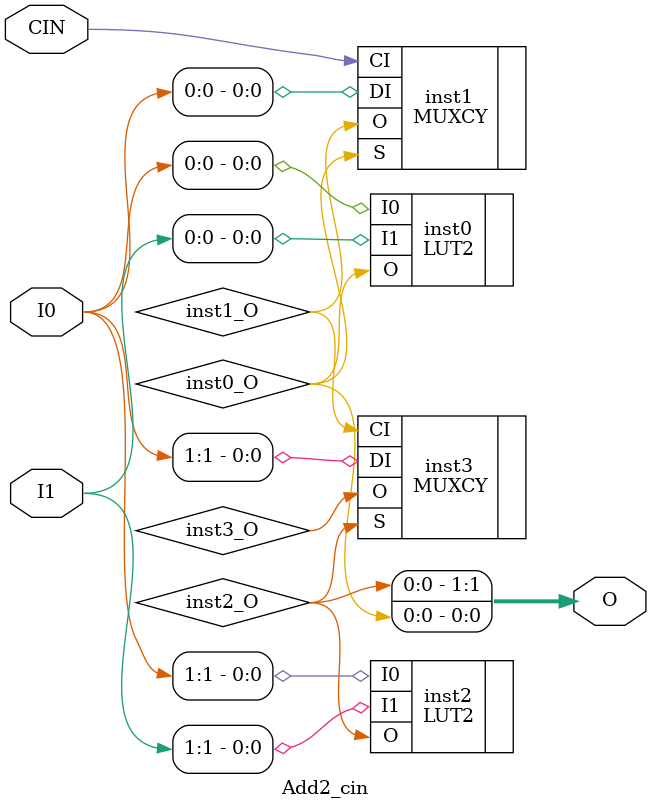
<source format=v>
module Add2_cin (input [1:0] I0, input [1:0] I1, input  CIN, output [1:0] O);
wire  inst0_O;
wire  inst1_O;
wire  inst2_O;
wire  inst3_O;
LUT2 #(.INIT(4'h6)) inst0 (.I0(I0[0]), .I1(I1[0]), .O(inst0_O));
MUXCY inst1 (.DI(I0[0]), .CI(CIN), .S(inst0_O), .O(inst1_O));
LUT2 #(.INIT(4'h6)) inst2 (.I0(I0[1]), .I1(I1[1]), .O(inst2_O));
MUXCY inst3 (.DI(I0[1]), .CI(inst1_O), .S(inst2_O), .O(inst3_O));
assign O = {inst2_O,inst0_O};
endmodule


</source>
